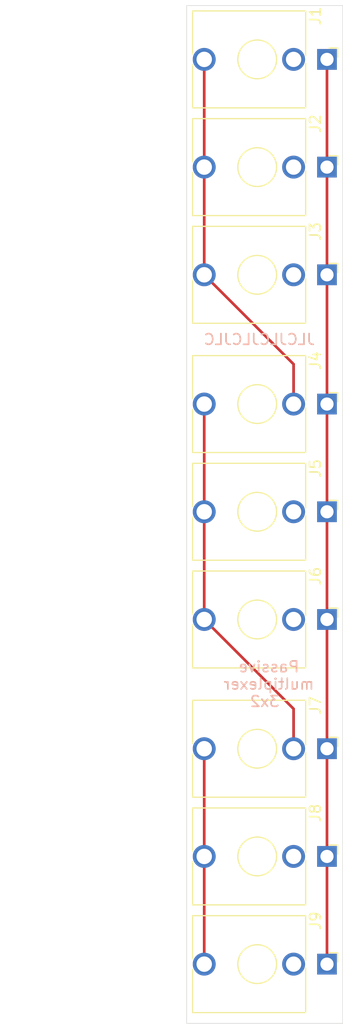
<source format=kicad_pcb>
(kicad_pcb (version 20211014) (generator pcbnew)
  (layers (0 "F.Cu" signal) (31 "B.Cu" signal) (34 "B.Paste" user) (35 "F.Paste" user) (36 "B.SilkS" user "B.Silkscreen") (37 "F.SilkS" user "F.Silkscreen") (38 "B.Mask" user) (39 "F.Mask" user) (44 "Edge.Cuts" user))
  (net 0 "")
  (net 2 "GND")
  (net 3 "Net-(J4-PadTN)")
  (net 6 "Net-(J4-PadT)")
  (net 9 "Net-(J7-PadT)")
  (footprint "Connector_Audio:Jack_3.5mm_QingPu_WQP-PJ398SM_Vertical_CircularHoles" (layer "F.Cu") (at 65.78 94 -90)
    (fp_text reference "J6" (at -4.03 1.08 90) (layer "F.SilkS"))
    (fp_text value "Out2")
    (fp_line (start -1.06 -1) (end -0.2 -1) (layer "F.SilkS") (width 0.12))
    (fp_line (start -4.5 1.98) (end -4.5 12.48) (layer "F.SilkS") (width 0.12))
    (fp_line (start -0.35 1.98) (end -4.5 1.98) (layer "F.SilkS") (width 0.12))
    (fp_line (start 4.5 1.98) (end 0.35 1.98) (layer "F.SilkS") (width 0.12))
    (fp_line (start 4.5 12.48) (end 0.5 12.48) (layer "F.SilkS") (width 0.12))
    (fp_line (start -0.5 12.48) (end -4.5 12.48) (layer "F.SilkS") (width 0.12))
    (fp_line (start 4.5 1.98) (end 4.5 12.48) (layer "F.SilkS") (width 0.12))
    (fp_line (start -1.06 -1) (end -1.06 -0.2) (layer "F.SilkS") (width 0.12))
    (fp_circle (center 0 6.48) (end 1.8 6.48) (layer "F.SilkS") (width 0.12) (fill none))
    (pad "S" thru_hole rect locked (at 0 0 90) (size 1.93 1.83) (drill 1.22) (layers *.Cu *.Mask) (net 2 "GND"))
    (pad "T" thru_hole circle locked (at 0 11.4 90) (size 2.13 2.13) (drill 1.43) (layers *.Cu *.Mask) (net 6 "Net-(J4-PadT)"))
    (pad "TN" thru_hole circle locked (at 0 3.1 90) (size 2.13 2.13) (drill 1.42) (layers *.Cu *.Mask))
  )
  (footprint "Connector_Audio:Jack_3.5mm_QingPu_WQP-PJ398SM_Vertical_CircularHoles" (layer "F.Cu") (at 65.78 74 -90)
    (fp_text reference "J4" (at -4.03 1.08 90) (layer "F.SilkS"))
    (fp_text value "In2")
    (fp_line (start -1.06 -1) (end -1.06 -0.2) (layer "F.SilkS") (width 0.12))
    (fp_line (start -4.5 1.98) (end -4.5 12.48) (layer "F.SilkS") (width 0.12))
    (fp_line (start 4.5 1.98) (end 4.5 12.48) (layer "F.SilkS") (width 0.12))
    (fp_line (start -0.35 1.98) (end -4.5 1.98) (layer "F.SilkS") (width 0.12))
    (fp_line (start -0.5 12.48) (end -4.5 12.48) (layer "F.SilkS") (width 0.12))
    (fp_line (start -1.06 -1) (end -0.2 -1) (layer "F.SilkS") (width 0.12))
    (fp_line (start 4.5 12.48) (end 0.5 12.48) (layer "F.SilkS") (width 0.12))
    (fp_line (start 4.5 1.98) (end 0.35 1.98) (layer "F.SilkS") (width 0.12))
    (fp_circle (center 0 6.48) (end 1.8 6.48) (layer "F.SilkS") (width 0.12) (fill none))
    (pad "S" thru_hole rect locked (at 0 0 90) (size 1.93 1.83) (drill 1.22) (layers *.Cu *.Mask) (net 2 "GND"))
    (pad "T" thru_hole circle locked (at 0 11.4 90) (size 2.13 2.13) (drill 1.43) (layers *.Cu *.Mask) (net 6 "Net-(J4-PadT)"))
    (pad "TN" thru_hole circle locked (at 0 3.1 90) (size 2.13 2.13) (drill 1.42) (layers *.Cu *.Mask) (net 3 "Net-(J4-PadTN)"))
  )
  (footprint "Connector_Audio:Jack_3.5mm_QingPu_WQP-PJ398SM_Vertical_CircularHoles" (layer "F.Cu") (at 65.78 126 -90)
    (fp_text reference "J9" (at -4.03 1.08 90) (layer "F.SilkS"))
    (fp_text value "Out3")
    (fp_line (start 4.5 1.98) (end 4.5 12.48) (layer "F.SilkS") (width 0.12))
    (fp_line (start -1.06 -1) (end -1.06 -0.2) (layer "F.SilkS") (width 0.12))
    (fp_line (start -1.06 -1) (end -0.2 -1) (layer "F.SilkS") (width 0.12))
    (fp_line (start 4.5 12.48) (end 0.5 12.48) (layer "F.SilkS") (width 0.12))
    (fp_line (start -0.5 12.48) (end -4.5 12.48) (layer "F.SilkS") (width 0.12))
    (fp_line (start 4.5 1.98) (end 0.35 1.98) (layer "F.SilkS") (width 0.12))
    (fp_line (start -0.35 1.98) (end -4.5 1.98) (layer "F.SilkS") (width 0.12))
    (fp_line (start -4.5 1.98) (end -4.5 12.48) (layer "F.SilkS") (width 0.12))
    (fp_circle (center 0 6.48) (end 1.8 6.48) (layer "F.SilkS") (width 0.12) (fill none))
    (pad "S" thru_hole rect locked (at 0 0 90) (size 1.93 1.83) (drill 1.22) (layers *.Cu *.Mask) (net 2 "GND"))
    (pad "T" thru_hole circle locked (at 0 11.4 90) (size 2.13 2.13) (drill 1.43) (layers *.Cu *.Mask) (net 9 "Net-(J7-PadT)"))
    (pad "TN" thru_hole circle locked (at 0 3.1 90) (size 2.13 2.13) (drill 1.42) (layers *.Cu *.Mask))
  )
  (footprint "Connector_Audio:Jack_3.5mm_QingPu_WQP-PJ398SM_Vertical_CircularHoles" (layer "F.Cu") (at 65.78 84 -90)
    (fp_text reference "J5" (at -4.03 1.08 90) (layer "F.SilkS"))
    (fp_text value "Out2")
    (fp_line (start 4.5 12.48) (end 0.5 12.48) (layer "F.SilkS") (width 0.12))
    (fp_line (start -4.5 1.98) (end -4.5 12.48) (layer "F.SilkS") (width 0.12))
    (fp_line (start 4.5 1.98) (end 4.5 12.48) (layer "F.SilkS") (width 0.12))
    (fp_line (start 4.5 1.98) (end 0.35 1.98) (layer "F.SilkS") (width 0.12))
    (fp_line (start -1.06 -1) (end -0.2 -1) (layer "F.SilkS") (width 0.12))
    (fp_line (start -0.5 12.48) (end -4.5 12.48) (layer "F.SilkS") (width 0.12))
    (fp_line (start -0.35 1.98) (end -4.5 1.98) (layer "F.SilkS") (width 0.12))
    (fp_line (start -1.06 -1) (end -1.06 -0.2) (layer "F.SilkS") (width 0.12))
    (fp_circle (center 0 6.48) (end 1.8 6.48) (layer "F.SilkS") (width 0.12) (fill none))
    (pad "S" thru_hole rect locked (at 0 0 90) (size 1.93 1.83) (drill 1.22) (layers *.Cu *.Mask) (net 2 "GND"))
    (pad "T" thru_hole circle locked (at 0 11.4 90) (size 2.13 2.13) (drill 1.43) (layers *.Cu *.Mask) (net 6 "Net-(J4-PadT)"))
    (pad "TN" thru_hole circle locked (at 0 3.1 90) (size 2.13 2.13) (drill 1.42) (layers *.Cu *.Mask))
  )
  (footprint "Connector_Audio:Jack_3.5mm_QingPu_WQP-PJ398SM_Vertical_CircularHoles" (layer "F.Cu") (at 65.78 106 -90)
    (fp_text reference "J7" (at -4.03 1.08 90) (layer "F.SilkS"))
    (fp_text value "In3")
    (fp_line (start -4.5 1.98) (end -4.5 12.48) (layer "F.SilkS") (width 0.12))
    (fp_line (start 4.5 1.98) (end 4.5 12.48) (layer "F.SilkS") (width 0.12))
    (fp_line (start 4.5 1.98) (end 0.35 1.98) (layer "F.SilkS") (width 0.12))
    (fp_line (start 4.5 12.48) (end 0.5 12.48) (layer "F.SilkS") (width 0.12))
    (fp_line (start -0.35 1.98) (end -4.5 1.98) (layer "F.SilkS") (width 0.12))
    (fp_line (start -1.06 -1) (end -1.06 -0.2) (layer "F.SilkS") (width 0.12))
    (fp_line (start -0.5 12.48) (end -4.5 12.48) (layer "F.SilkS") (width 0.12))
    (fp_line (start -1.06 -1) (end -0.2 -1) (layer "F.SilkS") (width 0.12))
    (fp_circle (center 0 6.48) (end 1.8 6.48) (layer "F.SilkS") (width 0.12) (fill none))
    (pad "S" thru_hole rect locked (at 0 0 90) (size 1.93 1.83) (drill 1.22) (layers *.Cu *.Mask) (net 2 "GND"))
    (pad "T" thru_hole circle locked (at 0 11.4 90) (size 2.13 2.13) (drill 1.43) (layers *.Cu *.Mask) (net 9 "Net-(J7-PadT)"))
    (pad "TN" thru_hole circle locked (at 0 3.1 90) (size 2.13 2.13) (drill 1.42) (layers *.Cu *.Mask) (net 6 "Net-(J4-PadT)"))
  )
  (footprint "Connector_Audio:Jack_3.5mm_QingPu_WQP-PJ398SM_Vertical_CircularHoles" (layer "F.Cu") (at 65.78 62 -90)
    (fp_text reference "J3" (at -4.03 1.08 90) (layer "F.SilkS"))
    (fp_text value "Out1")
    (fp_line (start 4.5 1.98) (end 0.35 1.98) (layer "F.SilkS") (width 0.12))
    (fp_line (start -4.5 1.98) (end -4.5 12.48) (layer "F.SilkS") (width 0.12))
    (fp_line (start -1.06 -1) (end -1.06 -0.2) (layer "F.SilkS") (width 0.12))
    (fp_line (start -0.5 12.48) (end -4.5 12.48) (layer "F.SilkS") (width 0.12))
    (fp_line (start -1.06 -1) (end -0.2 -1) (layer "F.SilkS") (width 0.12))
    (fp_line (start 4.5 1.98) (end 4.5 12.48) (layer "F.SilkS") (width 0.12))
    (fp_line (start -0.35 1.98) (end -4.5 1.98) (layer "F.SilkS") (width 0.12))
    (fp_line (start 4.5 12.48) (end 0.5 12.48) (layer "F.SilkS") (width 0.12))
    (fp_circle (center 0 6.48) (end 1.8 6.48) (layer "F.SilkS") (width 0.12) (fill none))
    (pad "S" thru_hole rect locked (at 0 0 90) (size 1.93 1.83) (drill 1.22) (layers *.Cu *.Mask) (net 2 "GND"))
    (pad "T" thru_hole circle locked (at 0 11.4 90) (size 2.13 2.13) (drill 1.43) (layers *.Cu *.Mask) (net 3 "Net-(J4-PadTN)"))
    (pad "TN" thru_hole circle locked (at 0 3.1 90) (size 2.13 2.13) (drill 1.42) (layers *.Cu *.Mask))
  )
  (footprint "Connector_Audio:Jack_3.5mm_QingPu_WQP-PJ398SM_Vertical_CircularHoles" (layer "F.Cu") (at 65.78 42 -90)
    (fp_text reference "J1" (at -4.03 1.08 90) (layer "F.SilkS"))
    (fp_text value "In1")
    (fp_line (start -0.5 12.48) (end -4.5 12.48) (layer "F.SilkS") (width 0.12))
    (fp_line (start 4.5 1.98) (end 0.35 1.98) (layer "F.SilkS") (width 0.12))
    (fp_line (start -4.5 1.98) (end -4.5 12.48) (layer "F.SilkS") (width 0.12))
    (fp_line (start -1.06 -1) (end -0.2 -1) (layer "F.SilkS") (width 0.12))
    (fp_line (start 4.5 1.98) (end 4.5 12.48) (layer "F.SilkS") (width 0.12))
    (fp_line (start 4.5 12.48) (end 0.5 12.48) (layer "F.SilkS") (width 0.12))
    (fp_line (start -1.06 -1) (end -1.06 -0.2) (layer "F.SilkS") (width 0.12))
    (fp_line (start -0.35 1.98) (end -4.5 1.98) (layer "F.SilkS") (width 0.12))
    (fp_circle (center 0 6.48) (end 1.8 6.48) (layer "F.SilkS") (width 0.12) (fill none))
    (pad "S" thru_hole rect locked (at 0 0 90) (size 1.93 1.83) (drill 1.22) (layers *.Cu *.Mask) (net 2 "GND"))
    (pad "T" thru_hole circle locked (at 0 11.4 90) (size 2.13 2.13) (drill 1.43) (layers *.Cu *.Mask) (net 3 "Net-(J4-PadTN)"))
    (pad "TN" thru_hole circle locked (at 0 3.1 90) (size 2.13 2.13) (drill 1.42) (layers *.Cu *.Mask))
  )
  (footprint "Connector_Audio:Jack_3.5mm_QingPu_WQP-PJ398SM_Vertical_CircularHoles" (layer "F.Cu") (at 65.78 116 -90)
    (fp_text reference "J8" (at -4.03 1.08 90) (layer "F.SilkS"))
    (fp_text value "Out3")
    (fp_line (start 4.5 1.98) (end 0.35 1.98) (layer "F.SilkS") (width 0.12))
    (fp_line (start -0.5 12.48) (end -4.5 12.48) (layer "F.SilkS") (width 0.12))
    (fp_line (start -4.5 1.98) (end -4.5 12.48) (layer "F.SilkS") (width 0.12))
    (fp_line (start -1.06 -1) (end -1.06 -0.2) (layer "F.SilkS") (width 0.12))
    (fp_line (start 4.5 12.48) (end 0.5 12.48) (layer "F.SilkS") (width 0.12))
    (fp_line (start 4.5 1.98) (end 4.5 12.48) (layer "F.SilkS") (width 0.12))
    (fp_line (start -0.35 1.98) (end -4.5 1.98) (layer "F.SilkS") (width 0.12))
    (fp_line (start -1.06 -1) (end -0.2 -1) (layer "F.SilkS") (width 0.12))
    (fp_circle (center 0 6.48) (end 1.8 6.48) (layer "F.SilkS") (width 0.12) (fill none))
    (pad "S" thru_hole rect locked (at 0 0 90) (size 1.93 1.83) (drill 1.22) (layers *.Cu *.Mask) (net 2 "GND"))
    (pad "T" thru_hole circle locked (at 0 11.4 90) (size 2.13 2.13) (drill 1.43) (layers *.Cu *.Mask) (net 9 "Net-(J7-PadT)"))
    (pad "TN" thru_hole circle locked (at 0 3.1 90) (size 2.13 2.13) (drill 1.42) (layers *.Cu *.Mask))
  )
  (footprint "Connector_Audio:Jack_3.5mm_QingPu_WQP-PJ398SM_Vertical_CircularHoles" (layer "F.Cu") (at 65.78 52 -90)
    (fp_text reference "J2" (at -4.03 1.08 90) (layer "F.SilkS"))
    (fp_text value "Out1")
    (fp_line (start -1.06 -1) (end -1.06 -0.2) (layer "F.SilkS") (width 0.12))
    (fp_line (start 4.5 1.98) (end 4.5 12.48) (layer "F.SilkS") (width 0.12))
    (fp_line (start 4.5 12.48) (end 0.5 12.48) (layer "F.SilkS") (width 0.12))
    (fp_line (start 4.5 1.98) (end 0.35 1.98) (layer "F.SilkS") (width 0.12))
    (fp_line (start -0.35 1.98) (end -4.5 1.98) (layer "F.SilkS") (width 0.12))
    (fp_line (start -1.06 -1) (end -0.2 -1) (layer "F.SilkS") (width 0.12))
    (fp_line (start -4.5 1.98) (end -4.5 12.48) (layer "F.SilkS") (width 0.12))
    (fp_line (start -0.5 12.48) (end -4.5 12.48) (layer "F.SilkS") (width 0.12))
    (fp_circle (center 0 6.48) (end 1.8 6.48) (layer "F.SilkS") (width 0.12) (fill none))
    (pad "S" thru_hole rect locked (at 0 0 90) (size 1.93 1.83) (drill 1.22) (layers *.Cu *.Mask) (net 2 "GND"))
    (pad "T" thru_hole circle locked (at 0 11.4 90) (size 2.13 2.13) (drill 1.43) (layers *.Cu *.Mask) (net 3 "Net-(J4-PadTN)"))
    (pad "TN" thru_hole circle locked (at 0 3.1 90) (size 2.13 2.13) (drill 1.42) (layers *.Cu *.Mask))
  )
  (gr_line (start 52.75 37) (end 67.25 37) (layer "Edge.Cuts") (width 0.05))
  (gr_line (start 67.25 37) (end 67.25 131.5) (layer "Edge.Cuts") (width 0.05))
  (gr_line (start 52.75 131.5) (end 67.25 131.5) (layer "Edge.Cuts") (width 0.05))
  (gr_line (start 52.75 37) (end 52.75 131.5) (layer "Edge.Cuts") (width 0.05))
  (gr_text "JLCJLCJLCJLC\n" (at 59.5 68) (layer "B.SilkS") (effects (font (size 1 1)) (justify mirror)))
  (gr_text "Passive \nmultiplexer \n3x2" (at 60 100) (layer "B.SilkS") (effects (font (size 1 1)) (justify mirror)))
  (segment (start 65.78 42) (end 65.78 126) (width 0.25) (layer "F.Cu") (net 2))
  (segment (start 62.68 70.3) (end 54.38 62) (width 0.25) (layer "F.Cu") (net 3))
  (segment (start 62.68 74) (end 62.68 70.3) (width 0.25) (layer "F.Cu") (net 3))
  (segment (start 54.38 52) (end 54.38 62) (width 0.25) (layer "F.Cu") (net 3))
  (segment (start 54.38 42) (end 54.38 52) (width 0.25) (layer "F.Cu") (net 3))
  (segment (start 62.68 106) (end 62.68 102.3) (width 0.25) (layer "F.Cu") (net 6))
  (segment (start 62.68 102.3) (end 54.38 94) (width 0.25) (layer "F.Cu") (net 6))
  (segment (start 54.38 94) (end 54.38 74) (width 0.25) (layer "F.Cu") (net 6))
  (segment (start 54.38 126) (end 54.38 106) (width 0.25) (layer "F.Cu") (net 9))
)
</source>
